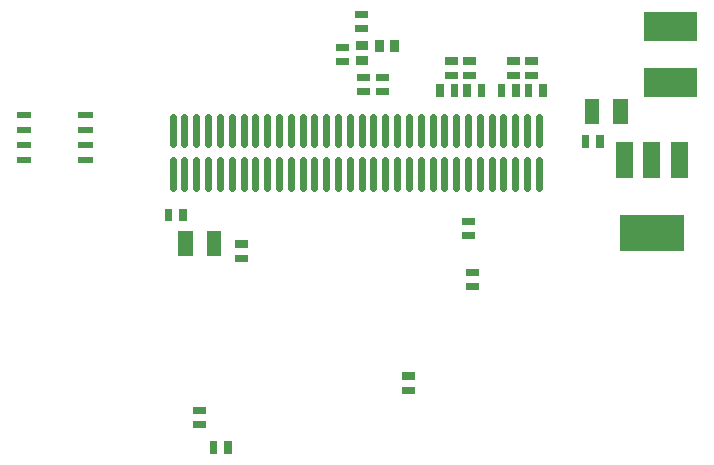
<source format=gbr>
G04 start of page 12 for group -4014 idx -4014
G04 Title: RX Daughterboard, bottompaste *
G04 Creator: pcb-bin 1.99u *
G04 CreationDate: Sun Jan  7 00:01:30 2007 UTC *
G04 For: matt *
G04 Format: Gerber/RS-274X *
G04 PCB-Dimensions: 275000 250000 *
G04 PCB-Coordinate-Origin: lower left *
%MOIN*%
%FSLAX24Y24*%
%LNBACKPASTE*%
%ADD11R,0.0295X0.0295*%
%ADD12R,0.0240X0.0240*%
%ADD13R,0.0970X0.0970*%
%ADD14R,0.0560X0.0560*%
%ADD15R,0.1220X0.1220*%
%ADD16R,0.0480X0.0480*%
%ADD17R,0.0200X0.0200*%
%ADD18C,0.0240*%
G54D11*X16394Y18299D02*Y18200D01*
X16905Y18299D02*Y18200D01*
X15750Y17744D02*X15849D01*
X15750Y18255D02*X15849D01*
G54D12*X15060Y17710D02*X15240D01*
X15060Y18190D02*X15240D01*
X15760Y16710D02*X15940D01*
X15760Y17190D02*X15940D01*
X23260Y15140D02*Y14960D01*
X23740Y15140D02*Y14960D01*
X11710Y11160D02*X11890D01*
X11710Y11640D02*X11890D01*
G54D13*X25710Y17010D02*X26490D01*
X25710Y18890D02*X26490D01*
G54D14*X24570Y14770D02*Y14110D01*
X25470Y14770D02*Y14110D01*
X26380Y14770D02*Y14110D01*
G54D15*X25020Y12000D02*X25920D01*
G54D12*X17260Y6760D02*X17440D01*
X17260Y7240D02*X17440D01*
X9360Y12690D02*Y12510D01*
X9840Y12690D02*Y12510D01*
G54D16*X23470Y16230D02*Y15870D01*
X24430Y16230D02*Y15870D01*
G54D12*X19410Y10690D02*X19590D01*
X19410Y10210D02*X19590D01*
X15710Y19290D02*X15890D01*
X15710Y18810D02*X15890D01*
X19260Y11910D02*X19440D01*
X19260Y12390D02*X19440D01*
G54D17*X4410Y14450D02*X4690D01*
X4410Y14950D02*X4690D01*
X4410Y15450D02*X4690D01*
X4410Y15950D02*X4690D01*
X6450D02*X6730D01*
X6450Y15450D02*X6730D01*
X6450Y14950D02*X6730D01*
X6450Y14450D02*X6730D01*
G54D12*X20940Y16840D02*Y16660D01*
X20460Y16840D02*Y16660D01*
X21360Y17740D02*X21540D01*
X21360Y17260D02*X21540D01*
X21360Y16840D02*Y16660D01*
X21840Y16840D02*Y16660D01*
X16410Y17190D02*X16590D01*
X16410Y16710D02*X16590D01*
X18710Y17740D02*X18890D01*
X18710Y17260D02*X18890D01*
X11340Y4940D02*Y4760D01*
X10860Y4940D02*Y4760D01*
X10310Y5610D02*X10490D01*
X10310Y6090D02*X10490D01*
G54D16*X9920Y11830D02*Y11470D01*
X10880Y11830D02*Y11470D01*
G54D12*X19310Y16840D02*Y16660D01*
X19790Y16840D02*Y16660D01*
G54D18*X9499Y14428D02*Y13518D01*
X21704Y15881D02*Y14971D01*
X10286Y14428D02*Y13518D01*
X9893Y14428D02*Y13518D01*
X10680Y14428D02*Y13518D01*
X9499Y15881D02*Y14971D01*
X11074Y14428D02*Y13518D01*
X10286Y15881D02*Y14971D01*
X11467Y14428D02*Y13518D01*
X10680Y15881D02*Y14971D01*
X11861Y14428D02*Y13518D01*
X11074Y15881D02*Y14971D01*
X12255Y14428D02*Y13518D01*
X11467Y15881D02*Y14971D01*
X12648Y14428D02*Y13518D01*
X11861Y15881D02*Y14971D01*
X13042Y14428D02*Y13518D01*
X12255Y15881D02*Y14971D01*
X13436Y14428D02*Y13518D01*
X12648Y15881D02*Y14971D01*
X13042Y15881D02*Y14971D01*
X13436Y15881D02*Y14971D01*
X13830Y15881D02*Y14971D01*
X14223Y15881D02*Y14971D01*
X14617Y15881D02*Y14971D01*
X15011Y15881D02*Y14971D01*
X15404Y15881D02*Y14971D01*
X15798Y15881D02*Y14971D01*
X16192Y15881D02*Y14971D01*
X16585Y15881D02*Y14971D01*
X16979Y15881D02*Y14971D01*
X17373Y15881D02*Y14971D01*
X17767Y15881D02*Y14971D01*
X18160Y15881D02*Y14971D01*
X18554Y15881D02*Y14971D01*
X19341Y15881D02*Y14971D01*
X18948Y15881D02*Y14971D01*
X19735Y15881D02*Y14971D01*
X20129Y15881D02*Y14971D01*
X20522Y15881D02*Y14971D01*
X20916Y15881D02*Y14971D01*
X9893Y15881D02*Y14971D01*
X13830Y14428D02*Y13518D01*
X14223Y14428D02*Y13518D01*
X14617Y14428D02*Y13518D01*
X15011Y14428D02*Y13518D01*
X15404Y14428D02*Y13518D01*
X15798Y14428D02*Y13518D01*
X16192Y14428D02*Y13518D01*
X16585Y14428D02*Y13518D01*
X16979Y14428D02*Y13518D01*
X17373Y14428D02*Y13518D01*
X17767Y14428D02*Y13518D01*
X18160Y14428D02*Y13518D01*
X18554Y14428D02*Y13518D01*
X18948Y14428D02*Y13518D01*
X19341Y14428D02*Y13518D01*
X19735Y14428D02*Y13518D01*
X20129Y14428D02*Y13518D01*
X20522Y14428D02*Y13518D01*
X20916Y14428D02*Y13518D01*
X21310Y14428D02*Y13518D01*
X21704Y14428D02*Y13518D01*
X21310Y15881D02*Y14971D01*
G54D12*X19310Y17740D02*X19490D01*
X19310Y17260D02*X19490D01*
X20760Y17740D02*X20940D01*
X20760Y17260D02*X20940D01*
X18890Y16840D02*Y16660D01*
X18410Y16840D02*Y16660D01*
M02*

</source>
